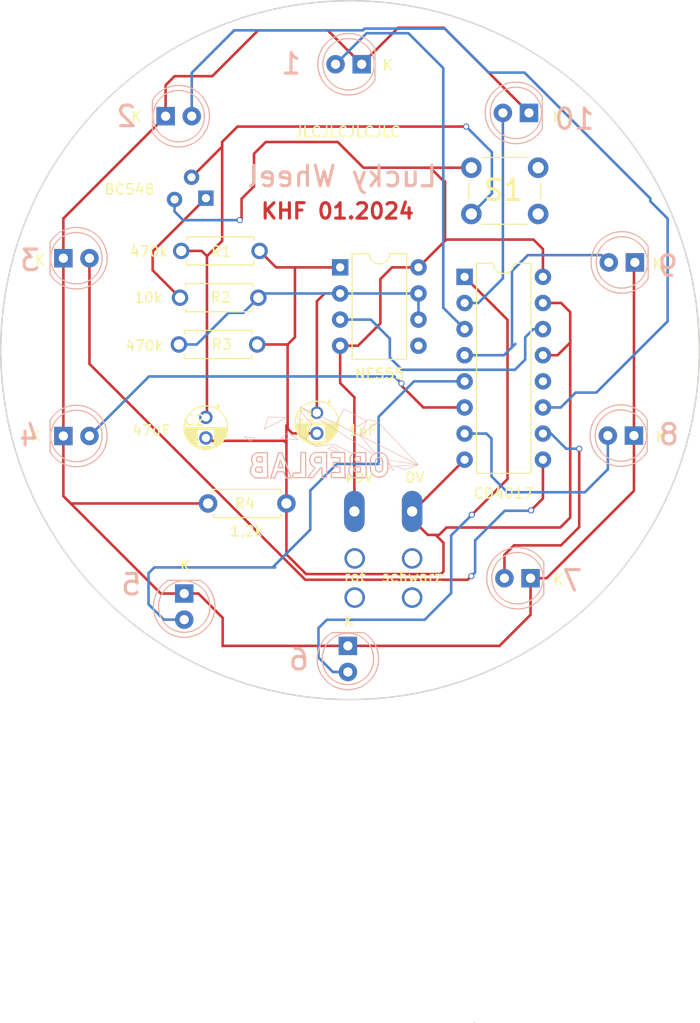
<source format=kicad_pcb>
(kicad_pcb (version 20221018) (generator pcbnew)
  (layers (0 "F.Cu" signal) (31 "B.Cu" signal) (34 "B.Paste" user) (35 "F.Paste" user) (36 "B.SilkS" user "B.Silkscreen") (37 "F.SilkS" user "F.Silkscreen") (38 "B.Mask" user) (39 "F.Mask" user) (44 "Edge.Cuts" user))
  (net 0 "")
  (net 1 "Net-(C1-Pad1)")
  (net 2 "Net-(C1-Pad2)")
  (net 3 "Net-(C2-Pad1)")
  (net 4 "Net-(D1-Pad2)")
  (net 5 "Net-(D2-Pad2)")
  (net 6 "Net-(D3-Pad2)")
  (net 7 "Net-(D4-Pad2)")
  (net 8 "Net-(D10-Pad1)")
  (net 9 "Net-(D5-Pad2)")
  (net 10 "Net-(D6-Pad2)")
  (net 11 "Net-(D7-Pad2)")
  (net 12 "Net-(D8-Pad2)")
  (net 13 "Net-(D9-Pad2)")
  (net 14 "Net-(D10-Pad2)")
  (net 15 "Net-(Q1-Pad1)")
  (net 16 "Net-(Q1-Pad3)")
  (net 17 "Net-(U2-Pad5)")
  (net 18 "Net-(U2-Pad3)")
  (net 19 "Net-(U3-Pad12)")
  (footprint "Capacitor_THT:CP_Radial_D4.0mm_P2.00mm" (layer "F.Cu") (at 69.47 80.83 -90)
    (fp_text reference "C1" (at 0.28 1.12 180) (layer "F.SilkS"))
    (fp_text value "1uF" (at 1.72 -4.444 180) (layer "F.SilkS"))
    (pad "1" thru_hole circle (at 0 0 270) (size 1.23 1.23) (drill 0.8) (layers "*.Cu" "*.Mask") (net 1 "Net-(C1-Pad1)"))
    (pad "2" thru_hole circle (at 2 0 270) (size 1.3 1.3) (drill 0.8) (layers "*.Cu" "*.Mask") (net 2 "Net-(C1-Pad2)"))
  )
  (footprint "Resistor_THT:R_Axial_DIN0207_L6.3mm_D2.5mm_P7.62mm_Horizontal" (layer "F.Cu") (at 56.16 69.64)
    (fp_text reference "R2" (at 3.93 -0.04) (layer "F.SilkS"))
    (fp_text value "10k" (at -3.1 -0.01) (layer "F.SilkS"))
    (pad "1" thru_hole circle (at 0 0) (size 1.6 1.6) (drill 1) (layers "*.Cu" "*.Mask") (net 15 "Net-(Q1-Pad1)"))
    (pad "2" thru_hole oval (at 7.62 0) (size 1.6 1.6) (drill 1) (layers "*.Cu" "*.Mask") (net 1 "Net-(C1-Pad1)"))
  )
  (footprint "Resistor_THT:R_Axial_DIN0207_L6.3mm_D2.5mm_P7.62mm_Horizontal" (layer "F.Cu") (at 56.05 74.19)
    (fp_text reference "R3" (at 4.16 -0.01) (layer "F.SilkS"))
    (fp_text value "470k" (at -3.39 0.11) (layer "F.SilkS"))
    (pad "1" thru_hole circle (at 0 0) (size 1.6 1.6) (drill 1) (layers "*.Cu" "*.Mask") (net 1 "Net-(C1-Pad1)"))
    (pad "2" thru_hole oval (at 7.62 0) (size 1.6 1.6) (drill 1) (layers "*.Cu" "*.Mask") (net 2 "Net-(C1-Pad2)"))
  )
  (footprint "Resistor_THT:R_Axial_DIN0207_L6.3mm_D2.5mm_P7.62mm_Horizontal" (layer "F.Cu") (at 58.89 89.65)
    (fp_text reference "R4" (at 3.57 -0.01) (layer "F.SilkS"))
    (fp_text value "1,2k" (at 3.73 2.7) (layer "F.SilkS"))
    (pad "1" thru_hole circle (at 0 0) (size 1.8 1.8) (drill 1) (layers "*.Cu" "*.Mask") (net 8 "Net-(D10-Pad1)"))
    (pad "2" thru_hole oval (at 7.62 0) (size 1.8 1.8) (drill 1) (layers "*.Cu" "*.Mask") (net 2 "Net-(C1-Pad2)"))
  )
  (footprint "KHF_LIB:LP" (layer "F.Cu") (at 73.12 90.424)
    (fp_text reference "+9V" (at 0.286 -3.302) (layer "F.SilkS"))
    (fp_text value "LP")
    (pad "1" thru_hole oval (at 0 0) (size 2 4) (drill 1) (layers "*.Cu" "*.Mask") (net 16 "Net-(Q1-Pad3)"))
  )
  (footprint "Package_DIP:DIP-8_W7.62mm" (layer "F.Cu") (at 71.74 66.69)
    (fp_text reference "U2")
    (fp_text value "NE555" (at 3.83 10.35) (layer "F.SilkS"))
    (pad "1" thru_hole rect (at 0 0) (size 1.6 1.6) (drill 0.8) (layers "*.Cu" "*.Mask") (net 2 "Net-(C1-Pad2)"))
    (pad "2" thru_hole oval (at 0 2.54) (size 1.6 1.6) (drill 0.8) (layers "*.Cu" "*.Mask") (net 1 "Net-(C1-Pad1)"))
    (pad "3" thru_hole oval (at 0 5.08) (size 1.6 1.6) (drill 0.8) (layers "*.Cu" "*.Mask") (net 18 "Net-(U2-Pad3)"))
    (pad "4" thru_hole oval (at 0 7.62) (size 1.6 1.6) (drill 0.8) (layers "*.Cu" "*.Mask") (net 16 "Net-(Q1-Pad3)"))
    (pad "5" thru_hole oval (at 7.62 7.62) (size 1.6 1.6) (drill 0.8) (layers "*.Cu" "*.Mask") (net 17 "Net-(U2-Pad5)"))
    (pad "6" thru_hole oval (at 7.62 5.08) (size 1.6 1.6) (drill 0.8) (layers "*.Cu" "*.Mask") (net 1 "Net-(C1-Pad1)"))
    (pad "7" thru_hole oval (at 7.62 2.54) (size 1.6 1.6) (drill 0.8) (layers "*.Cu" "*.Mask") (net 1 "Net-(C1-Pad1)"))
    (pad "8" thru_hole oval (at 7.62 0) (size 1.6 1.6) (drill 0.8) (layers "*.Cu" "*.Mask") (net 16 "Net-(Q1-Pad3)"))
  )
  (footprint "Package_DIP:DIP-16_W7.62mm" (layer "F.Cu") (at 83.845001 67.615001)
    (fp_text reference "U3")
    (fp_text value "CD4017" (at 3.784999 21.044999) (layer "F.SilkS"))
    (pad "1" thru_hole rect (at 0 0) (size 1.6 1.6) (drill 0.8) (layers "*.Cu" "*.Mask") (net 10 "Net-(D6-Pad2)"))
    (pad "2" thru_hole oval (at 0 2.54) (size 1.6 1.6) (drill 0.8) (layers "*.Cu" "*.Mask") (net 5 "Net-(D2-Pad2)"))
    (pad "3" thru_hole oval (at 0 5.08) (size 1.6 1.6) (drill 0.8) (layers "*.Cu" "*.Mask") (net 4 "Net-(D1-Pad2)"))
    (pad "4" thru_hole oval (at 0 7.62) (size 1.6 1.6) (drill 0.8) (layers "*.Cu" "*.Mask") (net 6 "Net-(D3-Pad2)"))
    (pad "5" thru_hole oval (at 0 10.16) (size 1.6 1.6) (drill 0.8) (layers "*.Cu" "*.Mask") (net 11 "Net-(D7-Pad2)"))
    (pad "6" thru_hole oval (at 0 12.7) (size 1.6 1.6) (drill 0.8) (layers "*.Cu" "*.Mask") (net 12 "Net-(D8-Pad2)"))
    (pad "7" thru_hole oval (at 0 15.24) (size 1.6 1.6) (drill 0.8) (layers "*.Cu" "*.Mask") (net 7 "Net-(D4-Pad2)"))
    (pad "8" thru_hole oval (at 0 17.78) (size 1.6 1.6) (drill 0.8) (layers "*.Cu" "*.Mask") (net 2 "Net-(C1-Pad2)"))
    (pad "9" thru_hole oval (at 7.62 17.78) (size 1.6 1.6) (drill 0.8) (layers "*.Cu" "*.Mask") (net 13 "Net-(D9-Pad2)"))
    (pad "10" thru_hole oval (at 7.62 15.24) (size 1.6 1.6) (drill 0.8) (layers "*.Cu" "*.Mask") (net 9 "Net-(D5-Pad2)"))
    (pad "11" thru_hole oval (at 7.62 12.7) (size 1.6 1.6) (drill 0.8) (layers "*.Cu" "*.Mask") (net 14 "Net-(D10-Pad2)"))
    (pad "12" thru_hole oval (at 7.62 10.16) (size 1.6 1.6) (drill 0.8) (layers "*.Cu" "*.Mask") (net 19 "Net-(U3-Pad12)"))
    (pad "13" thru_hole oval (at 7.62 7.62) (size 1.6 1.6) (drill 0.8) (layers "*.Cu" "*.Mask") (net 2 "Net-(C1-Pad2)"))
    (pad "14" thru_hole oval (at 7.62 5.08) (size 1.6 1.6) (drill 0.8) (layers "*.Cu" "*.Mask") (net 18 "Net-(U2-Pad3)"))
    (pad "15" thru_hole oval (at 7.62 2.54) (size 1.6 1.6) (drill 0.8) (layers "*.Cu" "*.Mask") (net 2 "Net-(C1-Pad2)"))
    (pad "16" thru_hole oval (at 7.62 0) (size 1.6 1.6) (drill 0.8) (layers "*.Cu" "*.Mask") (net 16 "Net-(Q1-Pad3)"))
  )
  (footprint "KHF_LIB:LP" (layer "F.Cu") (at 78.74 90.424)
    (fp_text reference "0V" (at 0.26 -3.302) (layer "F.SilkS"))
    (fp_text value "LP_GND")
    (pad "1" thru_hole oval (at 0 0) (size 2 4) (drill 1) (layers "*.Cu" "*.Mask") (net 2 "Net-(C1-Pad2)"))
  )
  (footprint "Button_Switch_THT:SW_PUSH_6mm_H5mm" (layer "F.Cu") (at 84.5 57)
    (fp_text reference "S1" (at 3.13 2.182) (layer "F.SilkS") (effects (font (size 2 2) (thickness 0.3))))
    (fp_text value "SW_PUSH_6mm_H5mm")
    (pad "1" thru_hole circle (at 0 0 90) (size 2 2) (drill 1.1) (layers "*.Cu" "*.Mask") (net 16 "Net-(Q1-Pad3)"))
    (pad "1" thru_hole circle (at 6.5 0 90) (size 2 2) (drill 1.1) (layers "*.Cu" "*.Mask"))
    (pad "2" thru_hole circle (at 0 4.5 90) (size 2 2) (drill 1.1) (layers "*.Cu" "*.Mask") (net 3 "Net-(C2-Pad1)"))
    (pad "2" thru_hole circle (at 6.5 4.5 90) (size 2 2) (drill 1.1) (layers "*.Cu" "*.Mask"))
  )
  (footprint "Capacitor_THT:CP_Radial_D4.0mm_P2.00mm" (layer "F.Cu") (at 58.674 81.28 -90)
    (fp_text reference "C2" (at 0.28 1.12 180) (layer "F.SilkS"))
    (fp_text value "47uF" (at 1.27 5.334 180) (layer "F.SilkS"))
    (pad "1" thru_hole circle (at 0 0 270) (size 1.3 1.3) (drill 0.8) (layers "*.Cu" "*.Mask") (net 3 "Net-(C2-Pad1)"))
    (pad "2" thru_hole circle (at 2 0 270) (size 1.3 1.3) (drill 0.8) (layers "*.Cu" "*.Mask") (net 2 "Net-(C1-Pad2)"))
  )
  (footprint "!Goody:LP" (layer "F.Cu") (at 73.152 98.806)
    (fp_text reference "LP")
    (fp_text value "LP")
    (pad "1" thru_hole circle (at 0 0) (size 2 2) (drill 1.5) (layers "*.Cu" "*.Mask"))
  )
  (footprint "!Goody:LP" (layer "F.Cu") (at 78.74 98.806)
    (fp_text reference "LP")
    (fp_text value "LP")
    (pad "1" thru_hole circle (at 0 0) (size 2 2) (drill 1.5) (layers "*.Cu" "*.Mask"))
  )
  (footprint "!Goody:LP" (layer "F.Cu") (at 78.74 94.996)
    (fp_text reference "LP")
    (fp_text value "LP")
    (pad "1" thru_hole circle (at 0 0) (size 2 2) (drill 1.5) (layers "*.Cu" "*.Mask"))
  )
  (footprint "!Goody:ob-logo_B.SilkS" (layer "F.Cu") (at 76.2 101.092)
    (fp_text reference "G***" hide)
    (fp_text value "LOGO" hide)
  )
  (footprint "Resistor_THT:R_Axial_DIN0207_L6.3mm_D2.5mm_P7.62mm_Horizontal" (layer "F.Cu") (at 56.28 65.09)
    (fp_text reference "R1" (at 3.88 0.07) (layer "F.SilkS"))
    (fp_text value "470k" (at -3.16 0.07) (layer "F.SilkS"))
    (pad "1" thru_hole circle (at 0 0) (size 1.6 1.6) (drill 1) (layers "*.Cu" "*.Mask") (net 3 "Net-(C2-Pad1)"))
    (pad "2" thru_hole oval (at 7.62 0) (size 1.6 1.6) (drill 1) (layers "*.Cu" "*.Mask") (net 2 "Net-(C1-Pad2)"))
  )
  (footprint "!Goody:LP" (layer "F.Cu") (at 73.152 94.996)
    (fp_text reference "LP")
    (fp_text value "LP")
    (pad "1" thru_hole circle (at 0 0) (size 2 2) (drill 1.5) (layers "*.Cu" "*.Mask"))
  )
  (footprint "LED_THT:LED_D5.0mm" (layer "B.Cu") (at 73.83 46.94 180)
    (fp_text reference "1" (at 6.87 0.05) (layer "B.SilkS") (effects (font (size 2 2) (thickness 0.3)) (justify mirror)))
    (fp_text value "LED")
    (pad "1" thru_hole rect (at 0 0 180) (size 1.8 1.8) (drill 0.9) (layers "*.Cu" "*.Mask") (net 8 "Net-(D10-Pad1)"))
    (pad "2" thru_hole circle (at 2.54 0 180) (size 1.8 1.8) (drill 0.9) (layers "*.Cu" "*.Mask") (net 4 "Net-(D1-Pad2)"))
  )
  (footprint "LED_THT:LED_D5.0mm" (layer "B.Cu") (at 90.11 51.67 180)
    (fp_text reference "2" (at 39.16 -0.33) (layer "B.SilkS") (effects (font (size 2 2) (thickness 0.3)) (justify mirror)))
    (fp_text value "LED")
    (pad "1" thru_hole rect (at 0 0 180) (size 1.8 1.8) (drill 0.9) (layers "*.Cu" "*.Mask") (net 8 "Net-(D10-Pad1)"))
    (pad "2" thru_hole circle (at 2.54 0 180) (size 1.8 1.8) (drill 0.9) (layers "*.Cu" "*.Mask") (net 5 "Net-(D2-Pad2)"))
  )
  (footprint "LED_THT:LED_D5.0mm" (layer "B.Cu") (at 100.41 66.21 180)
    (fp_text reference "3" (at 58.84 0.21) (layer "B.SilkS") (effects (font (size 2 2) (thickness 0.3)) (justify mirror)))
    (fp_text value "LED")
    (pad "1" thru_hole rect (at 0 0 180) (size 1.8 1.8) (drill 0.9) (layers "*.Cu" "*.Mask") (net 8 "Net-(D10-Pad1)"))
    (pad "2" thru_hole circle (at 2.54 0 180) (size 1.8 1.8) (drill 0.9) (layers "*.Cu" "*.Mask") (net 6 "Net-(D3-Pad2)"))
  )
  (footprint "LED_THT:LED_D5.0mm" (layer "B.Cu") (at 100.32 83.05 180)
    (fp_text reference "4" (at 58.85 0) (layer "B.SilkS") (effects (font (size 2 2) (thickness 0.3)) (justify mirror)))
    (fp_text value "LED")
    (pad "1" thru_hole rect (at 0 0 180) (size 1.8 1.8) (drill 0.9) (layers "*.Cu" "*.Mask") (net 8 "Net-(D10-Pad1)"))
    (pad "2" thru_hole circle (at 2.54 0 180) (size 1.8 1.8) (drill 0.9) (layers "*.Cu" "*.Mask") (net 7 "Net-(D4-Pad2)"))
  )
  (footprint "LED_THT:LED_D5.0mm" (layer "B.Cu") (at 90.26 96.92 180)
    (fp_text reference "5" (at 38.84 -0.62) (layer "B.SilkS") (effects (font (size 2 2) (thickness 0.3)) (justify mirror)))
    (fp_text value "LED")
    (pad "1" thru_hole rect (at 0 0 180) (size 1.8 1.8) (drill 0.9) (layers "*.Cu" "*.Mask") (net 8 "Net-(D10-Pad1)"))
    (pad "2" thru_hole circle (at 2.54 0 180) (size 1.8 1.8) (drill 0.9) (layers "*.Cu" "*.Mask") (net 9 "Net-(D5-Pad2)"))
  )
  (footprint "LED_THT:LED_D5.0mm" (layer "B.Cu") (at 72.49 103.5 -90)
    (fp_text reference "6" (at 1.34 4.77 180) (layer "B.SilkS") (effects (font (size 2 2) (thickness 0.3)) (justify mirror)))
    (fp_text value "LED")
    (pad "1" thru_hole rect (at 0 0 270) (size 1.8 1.8) (drill 0.9) (layers "*.Cu" "*.Mask") (net 8 "Net-(D10-Pad1)"))
    (pad "2" thru_hole circle (at 2.54 0 270) (size 1.8 1.8) (drill 0.9) (layers "*.Cu" "*.Mask") (net 10 "Net-(D6-Pad2)"))
  )
  (footprint "LED_THT:LED_D5.0mm" (layer "B.Cu") (at 56.57 98.41 -90)
    (fp_text reference "7" (at -1.24 -37.77 180) (layer "B.SilkS") (effects (font (size 2 2) (thickness 0.3)) (justify mirror)))
    (fp_text value "LED")
    (pad "1" thru_hole rect (at 0 0 270) (size 1.8 1.8) (drill 0.9) (layers "*.Cu" "*.Mask") (net 8 "Net-(D10-Pad1)"))
    (pad "2" thru_hole circle (at 2.54 0 270) (size 1.8 1.8) (drill 0.9) (layers "*.Cu" "*.Mask") (net 11 "Net-(D7-Pad2)"))
  )
  (footprint "LED_THT:LED_D5.0mm" (layer "B.Cu") (at 44.81 83.09)
    (fp_text reference "8" (at 58.91 -0.14) (layer "B.SilkS") (effects (font (size 2 2) (thickness 0.3)) (justify mirror)))
    (fp_text value "LED")
    (pad "1" thru_hole rect (at 0 0) (size 1.8 1.8) (drill 0.9) (layers "*.Cu" "*.Mask") (net 8 "Net-(D10-Pad1)"))
    (pad "2" thru_hole circle (at 2.54 0) (size 1.8 1.8) (drill 0.9) (layers "*.Cu" "*.Mask") (net 12 "Net-(D8-Pad2)"))
  )
  (footprint "LED_THT:LED_D5.0mm" (layer "B.Cu") (at 44.81 65.8)
    (fp_text reference "9" (at 58.81 0.76) (layer "B.SilkS") (effects (font (size 2 2) (thickness 0.3)) (justify mirror)))
    (fp_text value "LED")
    (pad "1" thru_hole rect (at 0 0) (size 1.8 1.8) (drill 0.9) (layers "*.Cu" "*.Mask") (net 8 "Net-(D10-Pad1)"))
    (pad "2" thru_hole circle (at 2.54 0) (size 1.8 1.8) (drill 0.9) (layers "*.Cu" "*.Mask") (net 13 "Net-(D9-Pad2)"))
  )
  (footprint "LED_THT:LED_D5.0mm" (layer "B.Cu") (at 54.76 51.99)
    (fp_text reference "10" (at 39.77 0.27) (layer "B.SilkS") (effects (font (size 2 2) (thickness 0.3)) (justify mirror)))
    (fp_text value "LED")
    (pad "1" thru_hole rect (at 0 0) (size 1.8 1.8) (drill 0.9) (layers "*.Cu" "*.Mask") (net 8 "Net-(D10-Pad1)"))
    (pad "2" thru_hole circle (at 2.54 0) (size 1.8 1.8) (drill 0.9) (layers "*.Cu" "*.Mask") (net 14 "Net-(D10-Pad2)"))
  )
  (footprint "!Goody:TO-92_Wide" (layer "B.Cu") (at 59.82 59.58 180)
    (fp_text reference "REF**" hide)
    (fp_text value "TO-92")
    (pad "1" thru_hole rect (at 1.143 -0.381 180) (size 1.5 1.5) (drill 0.8) (layers "*.Cu" "*.Mask") (net 15 "Net-(Q1-Pad1)"))
    (pad "2" thru_hole circle (at 2.54 1.651 180) (size 1.5 1.5) (drill 0.8) (layers "*.Cu" "*.Mask") (net 3 "Net-(C2-Pad1)"))
    (pad "3" thru_hole circle (at 4.191 -0.508 180) (size 1.5 1.5) (drill 0.8) (layers "*.Cu" "*.Mask") (net 16 "Net-(Q1-Pad3)"))
  )
  (gr_circle (center 72.7 74.742299) (end 42.51 59.152299) (stroke (width 0.15)) (fill none) (layer "Edge.Cuts"))
  (gr_text "KHF 01.2024" (at 63.89 62.1) (layer "F.Cu") (effects (font (size 1.5 1.5) (thickness 0.3) bold) (justify left bottom)))
  (gr_text "Lucky Wheel" (at 71.94 57.84) (layer "B.SilkS") (effects (font (size 2 2) (thickness 0.3)) (justify mirror)))
  (gr_text "K" (at 51.92 52.04) (layer "F.SilkS") (effects (font (size 1 1))))
  (gr_text "K" (at 72.595 101.14) (layer "F.SilkS") (effects (font (size 1 1))))
  (gr_text "K" (at 92.92 52.09) (layer "F.SilkS") (effects (font (size 1 1))))
  (gr_text "schwarz" (at 78.74 96.774) (layer "F.SilkS") (effects (font (size 1 1))))
  (gr_text "K" (at 42.095 83.065) (layer "F.SilkS") (effects (font (size 1 1))))
  (gr_text "rot" (at 73.152 96.774) (layer "F.SilkS") (effects (font (size 1 1))))
  (gr_text "K" (at 92.97 97.065) (layer "F.SilkS") (effects (font (size 1 1))))
  (gr_text "K" (at 102.945 83.19) (layer "F.SilkS") (effects (font (size 1 1))))
  (gr_text "K" (at 76.375 47.025) (layer "F.SilkS") (effects (font (size 1 1))))
  (gr_text "K" (at 42.545 65.99) (layer "F.SilkS") (effects (font (size 1 1))))
  (gr_text "BC548" (at 48.71 59.69) (layer "F.SilkS") (effects (font (size 1 1)) (justify left bottom)))
  (gr_text "JLCJLCJLCJLC" (at 67.23 54.1) (layer "F.SilkS") (effects (font (size 1 1)) (justify left bottom)))
  (gr_text "K" (at 102.62 66.34) (layer "F.SilkS") (effects (font (size 1 1))))
  (gr_text "K" (at 56.67 95.715) (layer "F.SilkS") (effects (font (size 1 1))))
  (segment (start 69.47 69.99) (end 69.47 80.83) (width 0.25) (layer "F.Cu") (net 1))
  (segment (start 70.23 69.23) (end 69.47 69.99) (width 0.25) (layer "F.Cu") (net 1))
  (segment (start 71.74 69.23) (end 70.23 69.23) (width 0.25) (layer "F.Cu") (net 1))
  (segment (start 71.74 69.23) (end 79.36 69.23) (width 0.25) (layer "B.Cu") (net 1))
  (segment (start 57.79 74.19) (end 60.87 71.11) (width 0.25) (layer "B.Cu") (net 1))
  (segment (start 64.19 69.23) (end 63.78 69.64) (width 0.25) (layer "B.Cu") (net 1))
  (segment (start 62.31 71.11) (end 63.78 69.64) (width 0.25) (layer "B.Cu") (net 1))
  (segment (start 71.74 69.23) (end 64.19 69.23) (width 0.25) (layer "B.Cu") (net 1))
  (segment (start 79.36 69.23) (end 79.36 71.77) (width 0.25) (layer "B.Cu") (net 1))
  (segment (start 60.87 71.11) (end 62.31 71.11) (width 0.25) (layer "B.Cu") (net 1))
  (segment (start 56.05 74.19) (end 57.79 74.19) (width 0.25) (layer "B.Cu") (net 1))
  (segment (start 66.51 94.6) (end 66.51 89.65) (width 0.25) (layer "F.Cu") (net 2))
  (segment (start 66.51 94.6) (end 68.43 96.52) (width 0.25) (layer "F.Cu") (net 2))
  (segment (start 66.51 89.65) (end 66.51 83.78) (width 0.25) (layer "F.Cu") (net 2))
  (segment (start 71.74 66.69) (end 67.34 66.69) (width 0.25) (layer "F.Cu") (net 2))
  (segment (start 66.51 82.08) (end 66.63 81.96) (width 0.25) (layer "F.Cu") (net 2))
  (segment (start 76.708 96.52) (end 68.43 96.52) (width 0.25) (layer "F.Cu") (net 2))
  (segment (start 94.12 71.04) (end 94.12 74) (width 0.25) (layer "F.Cu") (net 2))
  (segment (start 76.708 96.52) (end 81.534 96.52) (width 0.25) (layer "F.Cu") (net 2))
  (segment (start 78.74 90.500002) (end 83.845001 85.395001) (width 0.25) (layer "F.Cu") (net 2))
  (segment (start 81.534 96.52) (end 81.788 96.266) (width 0.25) (layer "F.Cu") (net 2))
  (segment (start 76.962 96.52) (end 76.708 96.52) (width 0.25) (layer "F.Cu") (net 2))
  (segment (start 66.51 83.78) (end 66.51 82.08) (width 0.25) (layer "F.Cu") (net 2))
  (segment (start 66.29 83.56) (end 66.51 83.78) (width 0.25) (layer "F.Cu") (net 2))
  (segment (start 66.63 81.96) (end 66.63 82.38) (width 0.25) (layer "F.Cu") (net 2))
  (segment (start 81.026 92.71) (end 80.772 92.71) (width 0.25) (layer "F.Cu") (net 2))
  (segment (start 66.63 74.19) (end 67.34 73.48) (width 0.25) (layer "F.Cu") (net 2))
  (segment (start 81.364 92.71) (end 80.772 92.71) (width 0.25) (layer "F.Cu") (net 2))
  (segment (start 81.788 96.266) (end 81.788 93.472) (width 0.25) (layer "F.Cu") (net 2))
  (segment (start 78.74 91.186) (end 78.74 90.424) (width 0.25) (layer "F.Cu") (net 2))
  (segment (start 93.15 91.99) (end 82.084 91.99) (width 0.25) (layer "F.Cu") (net 2))
  (segment (start 82.084 91.99) (end 81.364 92.71) (width 0.25) (layer "F.Cu") (net 2))
  (segment (start 67.34 73.48) (end 67.34 66.69) (width 0.25) (layer "F.Cu") (net 2))
  (segment (start 93.235001 70.155001) (end 94.12 71.04) (width 0.25) (layer "F.Cu") (net 2))
  (segment (start 92.884999 75.235001) (end 91.465001 75.235001) (width 0.25) (layer "F.Cu") (net 2))
  (segment (start 58.954 83.56) (end 58.674 83.28) (width 0.25) (layer "F.Cu") (net 2))
  (segment (start 91.465001 70.155001) (end 93.235001 70.155001) (width 0.25) (layer "F.Cu") (net 2))
  (segment (start 67.34 66.69) (end 65.5 66.69) (width 0.25) (layer "F.Cu") (net 2))
  (segment (start 66.63 82.38) (end 67.08 82.83) (width 0.25) (layer "F.Cu") (net 2))
  (segment (start 80.772 92.71) (end 80.264 92.71) (width 0.25) (layer "F.Cu") (net 2))
  (segment (start 94.12 74) (end 94.12 91.02) (width 0.25) (layer "F.Cu") (net 2))
  (segment (start 94.12 91.02) (end 93.15 91.99) (width 0.25) (layer "F.Cu") (net 2))
  (segment (start 66.29 83.56) (end 58.954 83.56) (width 0.25) (layer "F.Cu") (net 2))
  (segment (start 66.63 74.19) (end 66.63 81.96) (width 0.25) (layer "F.Cu") (net 2))
  (segment (start 94.12 74) (end 92.884999 75.235001) (width 0.25) (layer "F.Cu") (net 2))
  (segment (start 81.788 93.472) (end 81.026 92.71) (width 0.25) (layer "F.Cu") (net 2))
  (segment (start 65.5 66.69) (end 63.9 65.09) (width 0.25) (layer "F.Cu") (net 2))
  (segment (start 63.67 74.19) (end 66.63 74.19) (width 0.25) (layer "F.Cu") (net 2))
  (segment (start 67.08 82.83) (end 69.47 82.83) (width 0.25) (layer "F.Cu") (net 2))
  (segment (start 80.264 92.71) (end 78.74 91.186) (width 0.25) (layer "F.Cu") (net 2))
  (segment (start 58.27 65.09) (end 58.78 65.6) (width 0.25) (layer "F.Cu") (net 3))
  (segment (start 58.78 81.174) (end 58.674 81.28) (width 0.25) (layer "F.Cu") (net 3))
  (segment (start 56.28 65.09) (end 58.27 65.09) (width 0.25) (layer "F.Cu") (net 3))
  (segment (start 61.75 53) (end 60.26 54.49) (width 0.25) (layer "F.Cu") (net 3))
  (segment (start 60.26 54.949) (end 60.26 54.49) (width 0.25) (layer "F.Cu") (net 3))
  (segment (start 60.26 64.12) (end 58.78 65.6) (width 0.25) (layer "F.Cu") (net 3))
  (segment (start 58.78 65.6) (end 58.78 81.174) (width 0.25) (layer "F.Cu") (net 3))
  (segment (start 57.28 57.929) (end 60.26 54.949) (width 0.25) (layer "F.Cu") (net 3))
  (segment (start 60.26 54.49) (end 60.26 64.12) (width 0.25) (layer "F.Cu") (net 3))
  (segment (start 84 53) (end 61.75 53) (width 0.25) (layer "F.Cu") (net 3))
  (via (at 84 53) (size 0.6) (drill 0.4) (layers "F.Cu" "B.Cu") (net 3))
  (segment (start 86.5 59.5) (end 86.5 56) (width 0.25) (layer "B.Cu") (net 3))
  (segment (start 86.5 56) (end 86.5 55.5) (width 0.25) (layer "B.Cu") (net 3))
  (segment (start 84.5 61.5) (end 86.5 59.5) (width 0.25) (layer "B.Cu") (net 3))
  (segment (start 86.5 55.5) (end 84 53) (width 0.25) (layer "B.Cu") (net 3))
  (segment (start 81.77 70.62) (end 83.845001 72.695001) (width 0.25) (layer "B.Cu") (net 4))
  (segment (start 78.38 43.92) (end 81.77 47.31) (width 0.25) (layer "B.Cu") (net 4))
  (segment (start 81.77 47.31) (end 81.77 70.62) (width 0.25) (layer "B.Cu") (net 4))
  (segment (start 71.29 46.94) (end 74.31 43.92) (width 0.25) (layer "B.Cu") (net 4))
  (segment (start 74.31 43.92) (end 78.38 43.92) (width 0.25) (layer "B.Cu") (net 4))
  (segment (start 87.57 51.67) (end 87.57 67.76) (width 0.25) (layer "B.Cu") (net 5))
  (segment (start 87.57 67.76) (end 85.174999 70.155001) (width 0.25) (layer "B.Cu") (net 5))
  (segment (start 85.174999 70.155001) (end 83.845001 70.155001) (width 0.25) (layer "B.Cu") (net 5))
  (segment (start 97.16 65.5) (end 97.87 66.21) (width 0.25) (layer "B.Cu") (net 6))
  (segment (start 88.455 74.455) (end 88.455 67.045) (width 0.25) (layer "B.Cu") (net 6))
  (segment (start 88.78 74.13) (end 88.455 74.455) (width 0.25) (layer "B.Cu") (net 6))
  (segment (start 88.455 67.045) (end 90 65.5) (width 0.25) (layer "B.Cu") (net 6))
  (segment (start 88.455 74.455) (end 87.674999 75.235001) (width 0.25) (layer "B.Cu") (net 6))
  (segment (start 87.674999 75.235001) (end 83.845001 75.235001) (width 0.25) (layer "B.Cu") (net 6))
  (segment (start 90 65.5) (end 97.16 65.5) (width 0.25) (layer "B.Cu") (net 6))
  (segment (start 97.78 83.05) (end 97.78 86.33) (width 0.25) (layer "B.Cu") (net 7))
  (segment (start 86.46 87.01) (end 86.46 83.35) (width 0.25) (layer "B.Cu") (net 7))
  (segment (start 86.46 83.35) (end 85.965001 82.855001) (width 0.25) (layer "B.Cu") (net 7))
  (segment (start 85.965001 82.855001) (end 83.845001 82.855001) (width 0.25) (layer "B.Cu") (net 7))
  (segment (start 97.78 86.33) (end 95.55 88.56) (width 0.25) (layer "B.Cu") (net 7))
  (segment (start 88.01 88.56) (end 86.46 87.01) (width 0.25) (layer "B.Cu") (net 7))
  (segment (start 95.55 88.56) (end 88.01 88.56) (width 0.25) (layer "B.Cu") (net 7))
  (segment (start 100.32 83.05) (end 100.32 66.3) (width 0.25) (layer "F.Cu") (net 8))
  (segment (start 90.26 100.48) (end 87.24 103.5) (width 0.25) (layer "F.Cu") (net 8))
  (segment (start 57.95 98.41) (end 60.31 100.77) (width 0.25) (layer "F.Cu") (net 8))
  (segment (start 58.89 89.65) (end 45.53 89.65) (width 0.25) (layer "F.Cu") (net 8))
  (segment (start 54.76 48.97) (end 54.76 51.99) (width 0.25) (layer "F.Cu") (net 8))
  (segment (start 54.29 98.41) (end 56.57 98.41) (width 0.25) (layer "F.Cu") (net 8))
  (segment (start 45.53 89.65) (end 44.925 89.045) (width 0.25) (layer "F.Cu") (net 8))
  (segment (start 90.26 96.92) (end 90.26 100.48) (width 0.25) (layer "F.Cu") (net 8))
  (segment (start 60.31 100.77) (end 60.31 103.5) (width 0.25) (layer "F.Cu") (net 8))
  (segment (start 44.81 88.93) (end 44.81 83.09) (width 0.25) (layer "F.Cu") (net 8))
  (segment (start 54.29 98.41) (end 44.925 89.045) (width 0.25) (layer "F.Cu") (net 8))
  (segment (start 73.83 46.94) (end 70.53 43.64) (width 0.25) (layer "F.Cu") (net 8))
  (segment (start 59.3 48.1) (end 55.63 48.1) (width 0.25) (layer "F.Cu") (net 8))
  (segment (start 100.32 66.3) (end 100.41 66.21) (width 0.25) (layer "F.Cu") (net 8))
  (segment (start 56.57 98.41) (end 57.95 98.41) (width 0.25) (layer "F.Cu") (net 8))
  (segment (start 44.925 89.045) (end 44.81 88.93) (width 0.25) (layer "F.Cu") (net 8))
  (segment (start 70.53 43.64) (end 63.76 43.64) (width 0.25) (layer "F.Cu") (net 8))
  (segment (start 90.26 96.92) (end 91.82 96.92) (width 0.25) (layer "F.Cu") (net 8))
  (segment (start 81.83 43.39) (end 77.38 43.39) (width 0.25) (layer "F.Cu") (net 8))
  (segment (start 77.38 43.39) (end 73.83 46.94) (width 0.25) (layer "F.Cu") (net 8))
  (segment (start 55.63 48.1) (end 54.76 48.97) (width 0.25) (layer "F.Cu") (net 8))
  (segment (start 100.32 88.42) (end 100.32 83.05) (width 0.25) (layer "F.Cu") (net 8))
  (segment (start 44.81 61.94) (end 54.76 51.99) (width 0.25) (layer "F.Cu") (net 8))
  (segment (start 44.81 65.8) (end 44.81 83.09) (width 0.25) (layer "F.Cu") (net 8))
  (segment (start 63.76 43.64) (end 59.3 48.1) (width 0.25) (layer "F.Cu") (net 8))
  (segment (start 60.31 103.5) (end 60.29 103.5) (width 0.25) (layer "F.Cu") (net 8))
  (segment (start 44.81 65.8) (end 44.81 61.94) (width 0.25) (layer "F.Cu") (net 8))
  (segment (start 72.49 103.5) (end 60.31 103.5) (width 0.25) (layer "F.Cu") (net 8))
  (segment (start 91.82 96.92) (end 100.32 88.42) (width 0.25) (layer "F.Cu") (net 8))
  (segment (start 87.24 103.5) (end 72.49 103.5) (width 0.25) (layer "F.Cu") (net 8))
  (segment (start 90.11 51.67) (end 81.83 43.39) (width 0.25) (layer "F.Cu") (net 8))
  (segment (start 87.72 96.92) (end 87.72 94.652) (width 0.25) (layer "F.Cu") (net 9))
  (segment (start 93.218 93.726) (end 94.996 91.948) (width 0.25) (layer "F.Cu") (net 9))
  (segment (start 87.72 94.652) (end 88.646 93.726) (width 0.25) (layer "F.Cu") (net 9))
  (segment (start 88.646 93.726) (end 93.218 93.726) (width 0.25) (layer "F.Cu") (net 9))
  (segment (start 94.996 91.948) (end 94.996 84.328) (width 0.25) (layer "F.Cu") (net 9))
  (via (at 94.996 84.328) (size 0.6) (drill 0.4) (layers "F.Cu" "B.Cu") (net 9))
  (segment (start 94.996 84.328) (end 93.726 84.328) (width 0.25) (layer "B.Cu") (net 9))
  (segment (start 93.726 84.328) (end 92.253001 82.855001) (width 0.25) (layer "B.Cu") (net 9))
  (segment (start 92.253001 82.855001) (end 91.465001 82.855001) (width 0.25) (layer "B.Cu") (net 9))
  (segment (start 88.02 87.28) (end 84.55 90.75) (width 0.25) (layer "F.Cu") (net 10))
  (segment (start 83.845001 67.615001) (end 88.02 71.79) (width 0.25) (layer "F.Cu") (net 10))
  (segment (start 88.02 71.79) (end 88.02 87.28) (width 0.25) (layer "F.Cu") (net 10))
  (via (at 84.55 90.75) (size 0.6) (drill 0.4) (layers "F.Cu" "B.Cu") (net 10))
  (segment (start 70.44 100.96) (end 73.01 100.96) (width 0.25) (layer "B.Cu") (net 10))
  (segment (start 82.54 98.38) (end 79.96 100.96) (width 0.25) (layer "B.Cu") (net 10))
  (segment (start 69.63 101.77) (end 70.44 100.96) (width 0.25) (layer "B.Cu") (net 10))
  (segment (start 72.49 106.04) (end 71.03 106.04) (width 0.25) (layer "B.Cu") (net 10))
  (segment (start 79.96 100.96) (end 73.01 100.96) (width 0.25) (layer "B.Cu") (net 10))
  (segment (start 82.54 92.76) (end 82.54 98.38) (width 0.25) (layer "B.Cu") (net 10))
  (segment (start 71.03 106.04) (end 69.63 104.64) (width 0.25) (layer "B.Cu") (net 10))
  (segment (start 69.63 104.64) (end 69.63 101.77) (width 0.25) (layer "B.Cu") (net 10))
  (segment (start 73.01 100.96) (end 72.49 100.96) (width 0.25) (layer "B.Cu") (net 10))
  (segment (start 84.55 90.75) (end 82.54 92.76) (width 0.25) (layer "B.Cu") (net 10))
  (segment (start 53.1 96.43) (end 53.66 95.87) (width 0.25) (layer "B.Cu") (net 11))
  (segment (start 65.166 95.87) (end 55.992 95.87) (width 0.25) (layer "B.Cu") (net 11))
  (segment (start 56.57 100.95) (end 54.59 100.95) (width 0.25) (layer "B.Cu") (net 11))
  (segment (start 65.42 95.87) (end 65.166 95.87) (width 0.25) (layer "B.Cu") (net 11))
  (segment (start 75.48 81.22) (end 75.48 85.81) (width 0.25) (layer "B.Cu") (net 11))
  (segment (start 71.416 85.81) (end 68.834 88.392) (width 0.25) (layer "B.Cu") (net 11))
  (segment (start 78.924999 77.775001) (end 83.845001 77.775001) (width 0.25) (layer "B.Cu") (net 11))
  (segment (start 55.992 95.87) (end 56.76 95.87) (width 0.25) (layer "B.Cu") (net 11))
  (segment (start 53.66 95.87) (end 55.992 95.87) (width 0.25) (layer "B.Cu") (net 11))
  (segment (start 75.48 81.22) (end 78.924999 77.775001) (width 0.25) (layer "B.Cu") (net 11))
  (segment (start 56.57 95.87) (end 56.76 95.87) (width 0.25) (layer "B.Cu") (net 11))
  (segment (start 53.1 99.46) (end 53.1 96.43) (width 0.25) (layer "B.Cu") (net 11))
  (segment (start 68.834 92.202) (end 65.166 95.87) (width 0.25) (layer "B.Cu") (net 11))
  (segment (start 68.834 88.392) (end 68.834 92.202) (width 0.25) (layer "B.Cu") (net 11))
  (segment (start 75.48 85.81) (end 71.416 85.81) (width 0.25) (layer "B.Cu") (net 11))
  (segment (start 54.59 100.95) (end 53.1 99.46) (width 0.25) (layer "B.Cu") (net 11))
  (segment (start 77.63 78.12) (end 77.63 78.05) (width 0.25) (layer "F.Cu") (net 12))
  (segment (start 79.825001 80.315001) (end 77.63 78.12) (width 0.25) (layer "F.Cu") (net 12))
  (segment (start 83.845001 80.315001) (end 79.825001 80.315001) (width 0.25) (layer "F.Cu") (net 12))
  (segment (start 77.63 78.05) (end 77.7 77.98) (width 0.25) (layer "F.Cu") (net 12))
  (via (at 77.7 77.98) (size 0.6) (drill 0.4) (layers "F.Cu" "B.Cu") (net 12))
  (segment (start 77.02 77.3) (end 53.14 77.3) (width 0.25) (layer "B.Cu") (net 12))
  (segment (start 53.14 77.3) (end 47.35 83.09) (width 0.25) (layer "B.Cu") (net 12))
  (segment (start 77.7 77.98) (end 77.02 77.3) (width 0.25) (layer "B.Cu") (net 12))
  (segment (start 84.14999 97.07001) (end 84.5 96.72) (width 0.25) (layer "F.Cu") (net 13))
  (segment (start 90.31 90.32) (end 91.465001 89.164999) (width 0.25) (layer "F.Cu") (net 13))
  (segment (start 47.35 75.87) (end 47.35 76.07641) (width 0.25) (layer "F.Cu") (net 13))
  (segment (start 47.35 76.07641) (end 68.3436 97.07001) (width 0.25) (layer "F.Cu") (net 13))
  (segment (start 68.3436 97.07001) (end 84.14999 97.07001) (width 0.25) (layer "F.Cu") (net 13))
  (segment (start 91.465001 89.164999) (end 91.465001 85.395001) (width 0.25) (layer "F.Cu") (net 13))
  (segment (start 47.35 65.8) (end 47.35 75.87) (width 0.25) (layer "F.Cu") (net 13))
  (via (at 90.31 90.32) (size 0.6) (drill 0.4) (layers "F.Cu" "B.Cu") (net 13))
  (via (at 84.5 96.72) (size 0.6) (drill 0.4) (layers "F.Cu" "B.Cu") (net 13))
  (segment (start 84.87 96.35) (end 84.87 93.24) (width 0.25) (layer "B.Cu") (net 13))
  (segment (start 87.75 90.36) (end 90.27 90.36) (width 0.25) (layer "B.Cu") (net 13))
  (segment (start 84.5 96.72) (end 84.87 96.35) (width 0.25) (layer "B.Cu") (net 13))
  (segment (start 90.27 90.36) (end 90.31 90.32) (width 0.25) (layer "B.Cu") (net 13))
  (segment (start 84.87 93.24) (end 87.75 90.36) (width 0.25) (layer "B.Cu") (net 13))
  (segment (start 103.6 61.95) (end 103.6 71.93) (width 0.25) (layer "B.Cu") (net 14))
  (segment (start 101.91 60.26) (end 103.6 61.95) (width 0.25) (layer "B.Cu") (net 14))
  (segment (start 73.95359 43.64) (end 74.1236 43.46999) (width 0.25) (layer "B.Cu") (net 14))
  (segment (start 57.3 47.77) (end 61.43 43.64) (width 0.25) (layer "B.Cu") (net 14))
  (segment (start 101.91 59.99) (end 101.91 60.26) (width 0.25) (layer "B.Cu") (net 14))
  (segment (start 74.1236 43.46999) (end 81.91999 43.46999) (width 0.25) (layer "B.Cu") (net 14))
  (segment (start 94.65 78.87) (end 93.204999 80.315001) (width 0.25) (layer "B.Cu") (net 14))
  (segment (start 86.2 47.75) (end 89.67 47.75) (width 0.25) (layer "B.Cu") (net 14))
  (segment (start 93.204999 80.315001) (end 91.465001 80.315001) (width 0.25) (layer "B.Cu") (net 14))
  (segment (start 103.6 71.93) (end 96.66 78.87) (width 0.25) (layer "B.Cu") (net 14))
  (segment (start 96.66 78.87) (end 94.65 78.87) (width 0.25) (layer "B.Cu") (net 14))
  (segment (start 57.3 51.99) (end 57.3 47.77) (width 0.25) (layer "B.Cu") (net 14))
  (segment (start 81.91999 43.46999) (end 86.2 47.75) (width 0.25) (layer "B.Cu") (net 14))
  (segment (start 61.43 43.64) (end 73.95359 43.64) (width 0.25) (layer "B.Cu") (net 14))
  (segment (start 89.67 47.75) (end 101.91 59.99) (width 0.25) (layer "B.Cu") (net 14))
  (segment (start 53.5 65.138) (end 53.5 66.98) (width 0.25) (layer "F.Cu") (net 15))
  (segment (start 53.5 66.98) (end 56.16 69.64) (width 0.25) (layer "F.Cu") (net 15))
  (segment (start 58.677 59.961) (end 53.5 65.138) (width 0.25) (layer "F.Cu") (net 15))
  (segment (start 82.06 63.99) (end 90.54 63.99) (width 0.25) (layer "F.Cu") (net 16))
  (segment (start 80 57) (end 74 57) (width 0.25) (layer "F.Cu") (net 16))
  (segment (start 75.65 67.83) (end 76.79 66.69) (width 0.25) (layer "F.Cu") (net 16))
  (segment (start 81.94 58.32) (end 81.94 58.44) (width 0.25) (layer "F.Cu") (net 16))
  (segment (start 71.74 74.31) (end 73.48 74.31) (width 0.25) (layer "F.Cu") (net 16))
  (segment (start 81.94 64.11) (end 82.06 63.99) (width 0.25) (layer "F.Cu") (net 16))
  (segment (start 81.94 58.44) (end 81.94 58.56) (width 0.25) (layer "F.Cu") (net 16))
  (segment (start 84.5 57) (end 80 57) (width 0.25) (layer "F.Cu") (net 16))
  (segment (start 63.36 55.64) (end 63.36 58.81) (width 0.25) (layer "F.Cu") (net 16))
  (segment (start 64.5 54.5) (end 63.36 55.64) (width 0.25) (layer "F.Cu") (net 16))
  (segment (start 71.5 54.5) (end 64.5 54.5) (width 0.25) (layer "F.Cu") (net 16))
  (segment (start 73.12 79.32) (end 71.74 77.94) (width 0.25) (layer "F.Cu") (net 16))
  (segment (start 73.12 90.424) (end 73.12 79.32) (width 0.25) (layer "F.Cu") (net 16))
  (segment (start 73.48 74.31) (end 75.65 72.14) (width 0.25) (layer "F.Cu") (net 16))
  (segment (start 63.36 58.81) (end 62.15 60.02) (width 0.25) (layer "F.Cu") (net 16))
  (segment (start 81.94 58.56) (end 81.94 64.11) (width 0.25) (layer "F.Cu") (net 16))
  (segment (start 76.79 66.69) (end 79.36 66.69) (width 0.25) (layer "F.Cu") (net 16))
  (segment (start 62.15 61.92) (end 61.97 62.1) (width 0.25) (layer "F.Cu") (net 16))
  (segment (start 80.5 57) (end 81.94 58.44) (width 0.25) (layer "F.Cu") (net 16))
  (segment (start 91.465001 64.915001) (end 91.465001 67.615001) (width 0.25) (layer "F.Cu") (net 16))
  (segment (start 74 57) (end 71.5 54.5) (width 0.25) (layer "F.Cu") (net 16))
  (segment (start 79.36 66.69) (end 81.94 64.11) (width 0.25) (layer "F.Cu") (net 16))
  (segment (start 75.65 72.14) (end 75.65 67.83) (width 0.25) (layer "F.Cu") (net 16))
  (segment (start 71.74 77.94) (end 71.74 74.31) (width 0.25) (layer "F.Cu") (net 16))
  (segment (start 62.15 60.02) (end 62.15 61.92) (width 0.25) (layer "F.Cu") (net 16))
  (segment (start 80 57) (end 80.5 57) (width 0.25) (layer "F.Cu") (net 16))
  (segment (start 90.54 63.99) (end 91.465001 64.915001) (width 0.25) (layer "F.Cu") (net 16))
  (via (at 61.97 62.1) (size 0.6) (drill 0.4) (layers "F.Cu" "B.Cu") (net 16))
  (segment (start 56.47 62.1) (end 55.629 61.259) (width 0.25) (layer "B.Cu") (net 16))
  (segment (start 55.629 61.259) (end 55.629 60.088) (width 0.25) (layer "B.Cu") (net 16))
  (segment (start 61.97 62.1) (end 56.47 62.1) (width 0.25) (layer "B.Cu") (net 16))
  (segment (start 76.57 73.62) (end 76.57 75.46) (width 0.25) (layer "B.Cu") (net 18))
  (segment (start 76.57 75.46) (end 77.76 76.65) (width 0.25) (layer "B.Cu") (net 18))
  (segment (start 88.74 76.65) (end 89.74 75.65) (width 0.25) (layer "B.Cu") (net 18))
  (segment (start 77.76 76.65) (end 88.74 76.65) (width 0.25) (layer "B.Cu") (net 18))
  (segment (start 90.534999 72.695001) (end 91.465001 72.695001) (width 0.25) (layer "B.Cu") (net 18))
  (segment (start 89.74 73.49) (end 90.534999 72.695001) (width 0.25) (layer "B.Cu") (net 18))
  (segment (start 71.74 71.77) (end 74.72 71.77) (width 0.25) (layer "B.Cu") (net 18))
  (segment (start 89.74 75.65) (end 89.74 73.49) (width 0.25) (layer "B.Cu") (net 18))
  (segment (start 74.72 71.77) (end 76.57 73.62) (width 0.25) (layer "B.Cu") (net 18))
)
</source>
